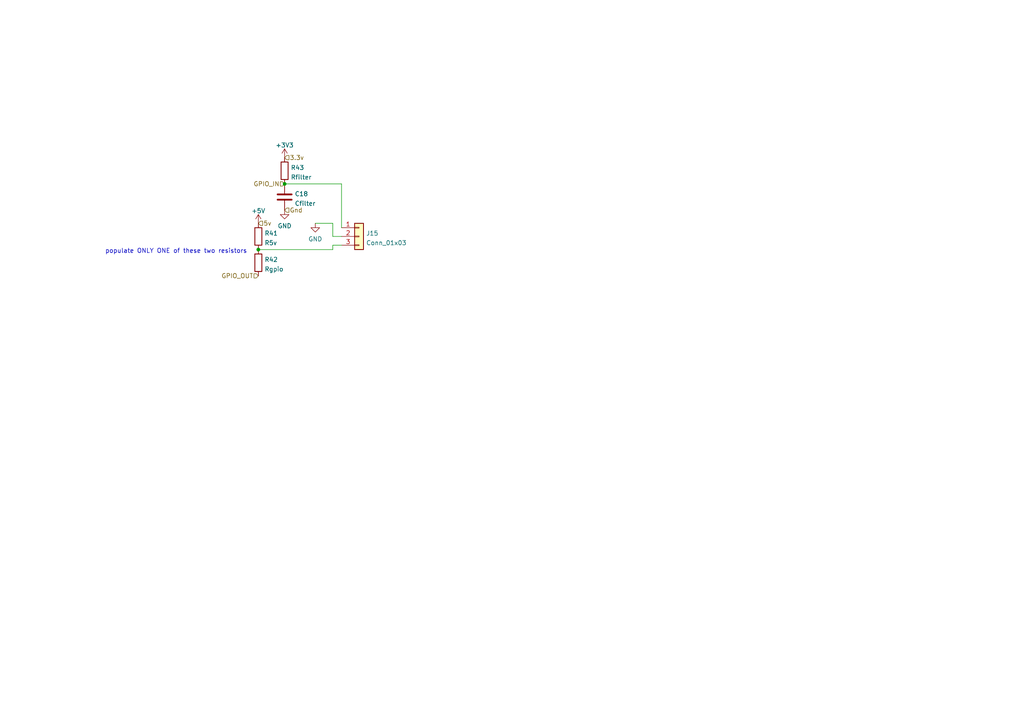
<source format=kicad_sch>
(kicad_sch (version 20211123) (generator eeschema)
  (paper "A4")
  (lib_symbols
    (symbol "Connector_Generic:Conn_01x03" (pin_names (offset 1.016) hide)
      (property "Reference" "J" (at 0 5.08 0))
      (property "Value" "Conn_01x03" (at 0 -5.08 0))
      (symbol "Conn_01x03_1_1"
        (rectangle (start -1.27 -2.413) (end 0 -2.667) (stroke (width 0.1524)))
        (rectangle (start -1.27 0.127) (end 0 -0.127) (stroke (width 0.1524)))
        (rectangle (start -1.27 2.667) (end 0 2.413) (stroke (width 0.1524)))
        (rectangle (start -1.27 3.81) (end 1.27 -3.81) (stroke (width 0.254)) (fill (type background)))
        (pin passive line (at -5.08 2.54 0) (length 3.81) (name "Pin_1") (number "1"))
        (pin passive line (at -5.08 0 0) (length 3.81) (name "Pin_2") (number "2"))
        (pin passive line (at -5.08 -2.54 0) (length 3.81) (name "Pin_3") (number "3"))
      )
    )
    (symbol "Device:C" (pin_numbers hide) (pin_names (offset 0.254))
      (property "Reference" "C" (at 0.635 2.54 0))
      (property "Value" "C" (at 0.635 -2.54 0))
      (symbol "C_0_1"
        (polyline (pts (xy -2.032 -0.762) (xy 2.032 -0.762)) (stroke (width 0.508)))
        (polyline (pts (xy -2.032 0.762) (xy 2.032 0.762)) (stroke (width 0.508)))
      )
      (symbol "C_1_1"
        (pin passive line (at 0 3.81 270) (length 2.794) (name "~") (number "1"))
        (pin passive line (at 0 -3.81 90) (length 2.794) (name "~") (number "2"))
      )
    )
    (symbol "Device:R" (pin_numbers hide) (pin_names (offset 0))
      (property "Reference" "R" (at 2.032 0 90))
      (property "Value" "R" (at 0 0 90))
      (symbol "R_0_1"
        (rectangle (start -1.016 -2.54) (end 1.016 2.54) (stroke (width 0.254)))
      )
      (symbol "R_1_1"
        (pin passive line (at 0 3.81 270) (length 1.27) (name "~") (number "1"))
        (pin passive line (at 0 -3.81 90) (length 1.27) (name "~") (number "2"))
      )
    )
    (symbol "power:+3.3V" (power) (pin_names (offset 0))
      (property "Value" "+3.3V" (at 0 3.556 0))
      (symbol "+3.3V_0_1"
        (polyline (pts (xy -0.762 1.27) (xy 0 2.54)))
        (polyline (pts (xy 0 0) (xy 0 2.54)))
        (polyline (pts (xy 0 2.54) (xy 0.762 1.27)))
      )
      (symbol "+3.3V_1_1"
        (pin power_in line (at 0 0 90) (length 0) hide (name "+3V3") (number "1"))
      )
    )
    (symbol "power:+5V" (power) (pin_names (offset 0))
      (property "Value" "+5V" (at 0 3.556 0))
      (symbol "+5V_0_1"
        (polyline (pts (xy -0.762 1.27) (xy 0 2.54)))
        (polyline (pts (xy 0 0) (xy 0 2.54)))
        (polyline (pts (xy 0 2.54) (xy 0.762 1.27)))
      )
      (symbol "+5V_1_1"
        (pin power_in line (at 0 0 90) (length 0) hide (name "+5V") (number "1"))
      )
    )
    (symbol "power:GND" (power) (pin_names (offset 0))
      (property "Value" "GND" (at 0 -3.81 0))
      (symbol "GND_0_1"
        (polyline (pts (xy 0 0) (xy 0 -1.27) (xy 1.27 -1.27) (xy 0 -2.54) (xy -1.27 -1.27) (xy 0 -1.27)))
      )
      (symbol "GND_1_1"
        (pin power_in line (at 0 0 270) (length 0) hide (name "GND") (number "1"))
      )
    )
  )
  (junction (at 74.93 72.39))
  (junction (at 82.55 53.34))
  (wire (pts (xy 96.52 64.77) (xy 91.44 64.77)))
  (wire (pts (xy 74.93 72.39) (xy 96.52 72.39)))
  (wire (pts (xy 99.06 66.04) (xy 99.06 53.34)))
  (wire (pts (xy 96.52 71.12) (xy 99.06 71.12)))
  (wire (pts (xy 96.52 72.39) (xy 96.52 71.12)))
  (wire (pts (xy 99.06 53.34) (xy 82.55 53.34)))
  (wire (pts (xy 99.06 68.58) (xy 96.52 68.58)))
  (wire (pts (xy 96.52 68.58) (xy 96.52 64.77)))
  (text "populate ONLY ONE of these two resistors" (at 30.48 73.66 0) (effects (font (size 1.27 1.27)) (justify left bottom)))
  (hierarchical_label "GPIO_IN" (shape input) (at 82.55 53.34 180))
  (hierarchical_label "3.3v" (shape input) (at 82.55 45.72 0))
  (hierarchical_label "GPIO_OUT" (shape input) (at 74.93 80.01 180))
  (hierarchical_label "Gnd" (shape input) (at 82.55 60.96 0))
  (hierarchical_label "5v" (shape input) (at 74.93 64.77 0))
  (symbol (lib_id "power:GND") (at 82.55 60.96 0)
    (property "Reference" "#PWR0203" (effects hide))
    (property "Value" "GND" (at 82.55 65.5225 0))
  )
  (symbol (lib_id "Device:R") (at 74.93 68.58 0)
    (property "Reference" "R41" (at 76.708 67.6715 0) (effects (justify left)))
    (property "Value" "R5v" (at 76.708 70.4466 0) (effects (justify left)))
    (property "Footprint" "Resistor_SMD:R_0603_1608Metric" (effects hide))
  )
  (symbol (lib_id "Connector_Generic:Conn_01x03") (at 104.14 68.58 0)
    (property "Reference" "J15" (at 106.172 67.6715 0) (effects (justify left)))
    (property "Value" "Conn_01x03" (at 106.172 70.4466 0) (effects (justify left)))
    (property "Footprint" "Connector_JST:JST_PH_B3B-PH-K_1x03_P2.00mm_Vertical" (effects hide))
  )
  (symbol (lib_id "power:GND") (at 91.44 64.77 0)
    (property "Reference" "#PWR0204" (effects hide))
    (property "Value" "GND" (at 91.44 69.3325 0))
  )
  (symbol (lib_id "power:+3.3V") (at 82.55 45.72 0)
    (property "Reference" "#PWR0205" (effects hide))
    (property "Value" "+3.3V" (at 82.55 42.1155 0))
  )
  (symbol (lib_id "Device:C") (at 82.55 57.15 0)
    (property "Reference" "C18" (at 85.471 56.2415 0) (effects (justify left)))
    (property "Value" "Cfilter" (at 85.471 59.0166 0) (effects (justify left)))
    (property "Footprint" "Capacitor_SMD:C_0603_1608Metric" (effects hide))
  )
  (symbol (lib_id "power:+5V") (at 74.93 64.77 0)
    (property "Reference" "#PWR0202" (effects hide))
    (property "Value" "+5V" (at 74.93 61.1655 0))
  )
  (symbol (lib_id "Device:R") (at 82.55 49.53 0)
    (property "Reference" "R43" (at 84.328 48.6215 0) (effects (justify left)))
    (property "Value" "Rfilter" (at 84.328 51.3966 0) (effects (justify left)))
    (property "Footprint" "Resistor_SMD:R_0603_1608Metric" (effects hide))
  )
  (symbol (lib_id "Device:R") (at 74.93 76.2 0)
    (property "Reference" "R42" (at 76.708 75.2915 0) (effects (justify left)))
    (property "Value" "Rgpio" (at 76.708 78.0666 0) (effects (justify left)))
    (property "Footprint" "Resistor_SMD:R_0603_1608Metric" (effects hide))
  )
)
</source>
